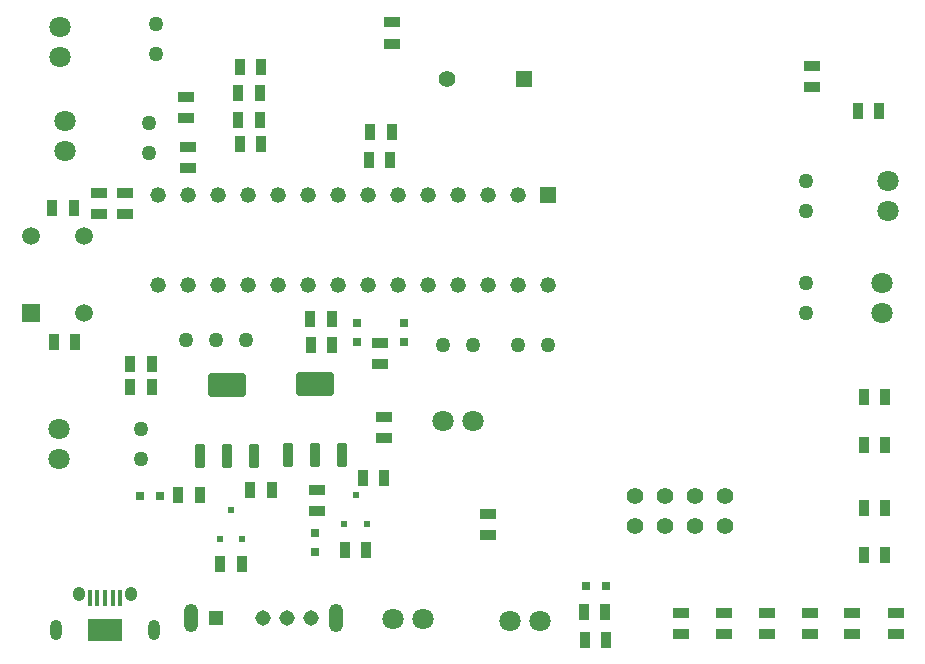
<source format=gbr>
%TF.GenerationSoftware,Altium Limited,Altium Designer,24.10.1 (45)*%
G04 Layer_Color=255*
%FSLAX25Y25*%
%MOIN*%
%TF.SameCoordinates,9950C81B-CD0A-4F44-AB06-5448DEDD42A1*%
%TF.FilePolarity,Positive*%
%TF.FileFunction,Pads,Top*%
%TF.Part,Single*%
G01*
G75*
%TA.AperFunction,SMDPad,CuDef*%
%ADD10R,0.05300X0.03200*%
%ADD11R,0.03200X0.05300*%
%ADD12R,0.03150X0.03150*%
%ADD13R,0.03150X0.03150*%
%ADD14R,0.02200X0.02400*%
G04:AMPARAMS|DCode=15|XSize=77.95mil|YSize=36.61mil|CornerRadius=4.58mil|HoleSize=0mil|Usage=FLASHONLY|Rotation=90.000|XOffset=0mil|YOffset=0mil|HoleType=Round|Shape=RoundedRectangle|*
%AMROUNDEDRECTD15*
21,1,0.07795,0.02746,0,0,90.0*
21,1,0.06880,0.03661,0,0,90.0*
1,1,0.00915,0.01373,0.03440*
1,1,0.00915,0.01373,-0.03440*
1,1,0.00915,-0.01373,-0.03440*
1,1,0.00915,-0.01373,0.03440*
%
%ADD15ROUNDEDRECTD15*%
G04:AMPARAMS|DCode=16|XSize=77.95mil|YSize=127.17mil|CornerRadius=9.74mil|HoleSize=0mil|Usage=FLASHONLY|Rotation=90.000|XOffset=0mil|YOffset=0mil|HoleType=Round|Shape=RoundedRectangle|*
%AMROUNDEDRECTD16*
21,1,0.07795,0.10768,0,0,90.0*
21,1,0.05847,0.12717,0,0,90.0*
1,1,0.01949,0.05384,0.02923*
1,1,0.01949,0.05384,-0.02923*
1,1,0.01949,-0.05384,-0.02923*
1,1,0.01949,-0.05384,0.02923*
%
%ADD16ROUNDEDRECTD16*%
%ADD17R,0.01600X0.05300*%
%TA.AperFunction,SMDPad,SMDef*%
%ADD18R,0.11400X0.07500*%
%TA.AperFunction,ComponentPad*%
%ADD22C,0.07100*%
%ADD23C,0.05000*%
%ADD24R,0.05200X0.05200*%
%ADD25C,0.05200*%
%ADD26O,0.04756X0.09512*%
%ADD27C,0.05150*%
%ADD28R,0.05150X0.05150*%
%ADD29R,0.05900X0.05900*%
%ADD30C,0.05900*%
%ADD31C,0.05600*%
%ADD32R,0.05600X0.05600*%
%ADD33O,0.04200X0.04900*%
%ADD34O,0.04000X0.06700*%
%ADD35C,0.05500*%
D10*
X225500Y325900D02*
D03*
Y333000D02*
D03*
X157500Y291550D02*
D03*
Y284450D02*
D03*
X157000Y300950D02*
D03*
Y308050D02*
D03*
X365500Y318550D02*
D03*
Y311450D02*
D03*
X322000Y136050D02*
D03*
Y128950D02*
D03*
X336290Y136050D02*
D03*
Y128950D02*
D03*
X350580Y136050D02*
D03*
Y128950D02*
D03*
X393500D02*
D03*
Y136050D02*
D03*
X379000D02*
D03*
Y128950D02*
D03*
X364870Y136050D02*
D03*
Y128950D02*
D03*
X257500Y169050D02*
D03*
Y161950D02*
D03*
X221500Y226050D02*
D03*
Y218950D02*
D03*
X200500Y169950D02*
D03*
Y177050D02*
D03*
X223000Y201550D02*
D03*
Y194450D02*
D03*
X136500Y268950D02*
D03*
Y276050D02*
D03*
X128000D02*
D03*
Y268950D02*
D03*
D11*
X174450Y300500D02*
D03*
X181550D02*
D03*
X388050Y303500D02*
D03*
X380950D02*
D03*
X296800Y136500D02*
D03*
X289700D02*
D03*
X289950Y127000D02*
D03*
X297050D02*
D03*
X382950Y192000D02*
D03*
X390050D02*
D03*
X382950Y208000D02*
D03*
X390050D02*
D03*
X382950Y171000D02*
D03*
X390050D02*
D03*
X382950Y155500D02*
D03*
X390050D02*
D03*
X145550Y211500D02*
D03*
X138450D02*
D03*
X178450Y177000D02*
D03*
X185550D02*
D03*
X154450Y175500D02*
D03*
X161550D02*
D03*
X215950Y181000D02*
D03*
X223050D02*
D03*
X168450Y152500D02*
D03*
X175550D02*
D03*
X209950Y157000D02*
D03*
X217050D02*
D03*
X145550Y219000D02*
D03*
X138450D02*
D03*
X119550Y271000D02*
D03*
X112450D02*
D03*
X174950Y292500D02*
D03*
X182050D02*
D03*
X174400Y309500D02*
D03*
X181500D02*
D03*
X182050Y318000D02*
D03*
X174950D02*
D03*
X225550Y296450D02*
D03*
X218450D02*
D03*
X225050Y286950D02*
D03*
X217950D02*
D03*
X198450Y234000D02*
D03*
X205550D02*
D03*
X198500Y225500D02*
D03*
X205600D02*
D03*
X112950Y226500D02*
D03*
X120050D02*
D03*
D12*
X141752Y175000D02*
D03*
X148248D02*
D03*
X290415Y144925D02*
D03*
X296911D02*
D03*
D13*
X229500Y232748D02*
D03*
Y226252D02*
D03*
X214000Y232748D02*
D03*
Y226252D02*
D03*
X200000Y156252D02*
D03*
Y162748D02*
D03*
D14*
X172000Y170400D02*
D03*
X175740Y160600D02*
D03*
X168260D02*
D03*
X213500Y175400D02*
D03*
X217240Y165600D02*
D03*
X209760D02*
D03*
D15*
X190945Y188630D02*
D03*
X200000D02*
D03*
X209055D02*
D03*
X161522Y188263D02*
D03*
X170577D02*
D03*
X179632D02*
D03*
D16*
X200000Y212370D02*
D03*
X170577Y212003D02*
D03*
D17*
X135118Y141032D02*
D03*
X132559D02*
D03*
X130000D02*
D03*
X127441D02*
D03*
X124882D02*
D03*
D18*
X130000Y130500D02*
D03*
D22*
X275000Y133500D02*
D03*
X265000D02*
D03*
X391000Y270000D02*
D03*
Y280000D02*
D03*
X116500Y290000D02*
D03*
Y300000D02*
D03*
X236000Y134000D02*
D03*
X226000D02*
D03*
X242500Y200000D02*
D03*
X252500D02*
D03*
X114500Y197500D02*
D03*
Y187500D02*
D03*
X389000Y236000D02*
D03*
Y246000D02*
D03*
X115000Y321500D02*
D03*
Y331500D02*
D03*
D23*
X147000Y332500D02*
D03*
Y322500D02*
D03*
X177050Y227000D02*
D03*
X167050D02*
D03*
X157050D02*
D03*
X144500Y299500D02*
D03*
Y289500D02*
D03*
X142000Y197500D02*
D03*
Y187500D02*
D03*
X363500Y246000D02*
D03*
Y236000D02*
D03*
Y280000D02*
D03*
Y270000D02*
D03*
X252500Y225500D02*
D03*
X242500D02*
D03*
X267500D02*
D03*
X277500D02*
D03*
D24*
Y275500D02*
D03*
D25*
X267500D02*
D03*
X257500D02*
D03*
X247500D02*
D03*
X237500D02*
D03*
X227500D02*
D03*
X217500D02*
D03*
X207500D02*
D03*
X197500D02*
D03*
X187500D02*
D03*
X177500D02*
D03*
X167500D02*
D03*
X157500D02*
D03*
X147500D02*
D03*
Y245500D02*
D03*
X157500D02*
D03*
X167500D02*
D03*
X177500D02*
D03*
X187500D02*
D03*
X197500D02*
D03*
X207500D02*
D03*
X217500D02*
D03*
X227500D02*
D03*
X237500D02*
D03*
X247500D02*
D03*
X257500D02*
D03*
X267500D02*
D03*
X277500D02*
D03*
D26*
X158575Y134500D02*
D03*
X207000D02*
D03*
D27*
X182787D02*
D03*
X190661D02*
D03*
X198535D02*
D03*
D28*
X167039D02*
D03*
D29*
X105283Y236000D02*
D03*
D30*
X123000D02*
D03*
Y261591D02*
D03*
X105283D02*
D03*
D31*
X243910Y314000D02*
D03*
D32*
X269500D02*
D03*
D33*
X121240Y142311D02*
D03*
X138760D02*
D03*
D34*
X146437Y130500D02*
D03*
X113563D02*
D03*
D35*
X336500Y165000D02*
D03*
X326500D02*
D03*
X316500D02*
D03*
X306500D02*
D03*
Y175000D02*
D03*
X316500D02*
D03*
X336500D02*
D03*
X326500D02*
D03*
%TF.MD5,be7dcb76bb96769f4331ecb0540277d0*%
M02*

</source>
